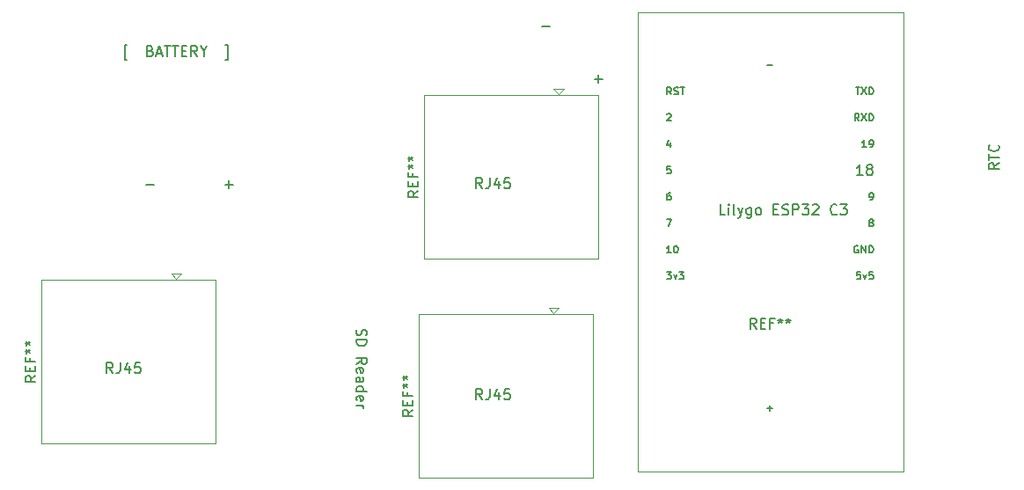
<source format=gto>
%TF.GenerationSoftware,KiCad,Pcbnew,(6.0.8-1)-1*%
%TF.CreationDate,2023-05-11T15:02:42-07:00*%
%TF.ProjectId,rainus2.0,7261696e-7573-4322-9e30-2e6b69636164,rev?*%
%TF.SameCoordinates,Original*%
%TF.FileFunction,Legend,Top*%
%TF.FilePolarity,Positive*%
%FSLAX46Y46*%
G04 Gerber Fmt 4.6, Leading zero omitted, Abs format (unit mm)*
G04 Created by KiCad (PCBNEW (6.0.8-1)-1) date 2023-05-11 15:02:42*
%MOMM*%
%LPD*%
G01*
G04 APERTURE LIST*
%ADD10C,0.150000*%
%ADD11C,0.120000*%
%ADD12C,3.650000*%
%ADD13C,1.524000*%
%ADD14R,1.500000X1.500000*%
%ADD15C,1.500000*%
%ADD16O,1.524000X1.524000*%
G04 APERTURE END LIST*
D10*
X144399047Y-71191428D02*
X145160952Y-71191428D01*
X144780000Y-71572380D02*
X144780000Y-70810476D01*
X183332380Y-79311428D02*
X182856190Y-79644761D01*
X183332380Y-79882857D02*
X182332380Y-79882857D01*
X182332380Y-79501904D01*
X182380000Y-79406666D01*
X182427619Y-79359047D01*
X182522857Y-79311428D01*
X182665714Y-79311428D01*
X182760952Y-79359047D01*
X182808571Y-79406666D01*
X182856190Y-79501904D01*
X182856190Y-79882857D01*
X182332380Y-79025714D02*
X182332380Y-78454285D01*
X183332380Y-78740000D02*
X182332380Y-78740000D01*
X183237142Y-77549523D02*
X183284761Y-77597142D01*
X183332380Y-77740000D01*
X183332380Y-77835238D01*
X183284761Y-77978095D01*
X183189523Y-78073333D01*
X183094285Y-78120952D01*
X182903809Y-78168571D01*
X182760952Y-78168571D01*
X182570476Y-78120952D01*
X182475238Y-78073333D01*
X182380000Y-77978095D01*
X182332380Y-77835238D01*
X182332380Y-77740000D01*
X182380000Y-77597142D01*
X182427619Y-77549523D01*
X99401904Y-69365714D02*
X99163809Y-69365714D01*
X99163809Y-67937142D01*
X99401904Y-67937142D01*
X101640000Y-68508571D02*
X101782857Y-68556190D01*
X101830476Y-68603809D01*
X101878095Y-68699047D01*
X101878095Y-68841904D01*
X101830476Y-68937142D01*
X101782857Y-68984761D01*
X101687619Y-69032380D01*
X101306666Y-69032380D01*
X101306666Y-68032380D01*
X101640000Y-68032380D01*
X101735238Y-68080000D01*
X101782857Y-68127619D01*
X101830476Y-68222857D01*
X101830476Y-68318095D01*
X101782857Y-68413333D01*
X101735238Y-68460952D01*
X101640000Y-68508571D01*
X101306666Y-68508571D01*
X102259047Y-68746666D02*
X102735238Y-68746666D01*
X102163809Y-69032380D02*
X102497142Y-68032380D01*
X102830476Y-69032380D01*
X103020952Y-68032380D02*
X103592380Y-68032380D01*
X103306666Y-69032380D02*
X103306666Y-68032380D01*
X103782857Y-68032380D02*
X104354285Y-68032380D01*
X104068571Y-69032380D02*
X104068571Y-68032380D01*
X104687619Y-68508571D02*
X105020952Y-68508571D01*
X105163809Y-69032380D02*
X104687619Y-69032380D01*
X104687619Y-68032380D01*
X105163809Y-68032380D01*
X106163809Y-69032380D02*
X105830476Y-68556190D01*
X105592380Y-69032380D02*
X105592380Y-68032380D01*
X105973333Y-68032380D01*
X106068571Y-68080000D01*
X106116190Y-68127619D01*
X106163809Y-68222857D01*
X106163809Y-68365714D01*
X106116190Y-68460952D01*
X106068571Y-68508571D01*
X105973333Y-68556190D01*
X105592380Y-68556190D01*
X106782857Y-68556190D02*
X106782857Y-69032380D01*
X106449523Y-68032380D02*
X106782857Y-68556190D01*
X107116190Y-68032380D01*
X108878095Y-69365714D02*
X109116190Y-69365714D01*
X109116190Y-67937142D01*
X108878095Y-67937142D01*
X133596190Y-81732380D02*
X133262857Y-81256190D01*
X133024761Y-81732380D02*
X133024761Y-80732380D01*
X133405714Y-80732380D01*
X133500952Y-80780000D01*
X133548571Y-80827619D01*
X133596190Y-80922857D01*
X133596190Y-81065714D01*
X133548571Y-81160952D01*
X133500952Y-81208571D01*
X133405714Y-81256190D01*
X133024761Y-81256190D01*
X134310476Y-80732380D02*
X134310476Y-81446666D01*
X134262857Y-81589523D01*
X134167619Y-81684761D01*
X134024761Y-81732380D01*
X133929523Y-81732380D01*
X135215238Y-81065714D02*
X135215238Y-81732380D01*
X134977142Y-80684761D02*
X134739047Y-81399047D01*
X135358095Y-81399047D01*
X136215238Y-80732380D02*
X135739047Y-80732380D01*
X135691428Y-81208571D01*
X135739047Y-81160952D01*
X135834285Y-81113333D01*
X136072380Y-81113333D01*
X136167619Y-81160952D01*
X136215238Y-81208571D01*
X136262857Y-81303809D01*
X136262857Y-81541904D01*
X136215238Y-81637142D01*
X136167619Y-81684761D01*
X136072380Y-81732380D01*
X135834285Y-81732380D01*
X135739047Y-81684761D01*
X135691428Y-81637142D01*
X121515238Y-95321904D02*
X121467619Y-95464761D01*
X121467619Y-95702857D01*
X121515238Y-95798095D01*
X121562857Y-95845714D01*
X121658095Y-95893333D01*
X121753333Y-95893333D01*
X121848571Y-95845714D01*
X121896190Y-95798095D01*
X121943809Y-95702857D01*
X121991428Y-95512380D01*
X122039047Y-95417142D01*
X122086666Y-95369523D01*
X122181904Y-95321904D01*
X122277142Y-95321904D01*
X122372380Y-95369523D01*
X122420000Y-95417142D01*
X122467619Y-95512380D01*
X122467619Y-95750476D01*
X122420000Y-95893333D01*
X121467619Y-96321904D02*
X122467619Y-96321904D01*
X122467619Y-96560000D01*
X122420000Y-96702857D01*
X122324761Y-96798095D01*
X122229523Y-96845714D01*
X122039047Y-96893333D01*
X121896190Y-96893333D01*
X121705714Y-96845714D01*
X121610476Y-96798095D01*
X121515238Y-96702857D01*
X121467619Y-96560000D01*
X121467619Y-96321904D01*
X121467619Y-98655238D02*
X121943809Y-98321904D01*
X121467619Y-98083809D02*
X122467619Y-98083809D01*
X122467619Y-98464761D01*
X122420000Y-98560000D01*
X122372380Y-98607619D01*
X122277142Y-98655238D01*
X122134285Y-98655238D01*
X122039047Y-98607619D01*
X121991428Y-98560000D01*
X121943809Y-98464761D01*
X121943809Y-98083809D01*
X121515238Y-99464761D02*
X121467619Y-99369523D01*
X121467619Y-99179047D01*
X121515238Y-99083809D01*
X121610476Y-99036190D01*
X121991428Y-99036190D01*
X122086666Y-99083809D01*
X122134285Y-99179047D01*
X122134285Y-99369523D01*
X122086666Y-99464761D01*
X121991428Y-99512380D01*
X121896190Y-99512380D01*
X121800952Y-99036190D01*
X121467619Y-100369523D02*
X121991428Y-100369523D01*
X122086666Y-100321904D01*
X122134285Y-100226666D01*
X122134285Y-100036190D01*
X122086666Y-99940952D01*
X121515238Y-100369523D02*
X121467619Y-100274285D01*
X121467619Y-100036190D01*
X121515238Y-99940952D01*
X121610476Y-99893333D01*
X121705714Y-99893333D01*
X121800952Y-99940952D01*
X121848571Y-100036190D01*
X121848571Y-100274285D01*
X121896190Y-100369523D01*
X121467619Y-101274285D02*
X122467619Y-101274285D01*
X121515238Y-101274285D02*
X121467619Y-101179047D01*
X121467619Y-100988571D01*
X121515238Y-100893333D01*
X121562857Y-100845714D01*
X121658095Y-100798095D01*
X121943809Y-100798095D01*
X122039047Y-100845714D01*
X122086666Y-100893333D01*
X122134285Y-100988571D01*
X122134285Y-101179047D01*
X122086666Y-101274285D01*
X121515238Y-102131428D02*
X121467619Y-102036190D01*
X121467619Y-101845714D01*
X121515238Y-101750476D01*
X121610476Y-101702857D01*
X121991428Y-101702857D01*
X122086666Y-101750476D01*
X122134285Y-101845714D01*
X122134285Y-102036190D01*
X122086666Y-102131428D01*
X121991428Y-102179047D01*
X121896190Y-102179047D01*
X121800952Y-101702857D01*
X121467619Y-102607619D02*
X122134285Y-102607619D01*
X121943809Y-102607619D02*
X122039047Y-102655238D01*
X122086666Y-102702857D01*
X122134285Y-102798095D01*
X122134285Y-102893333D01*
X156964761Y-84272380D02*
X156488571Y-84272380D01*
X156488571Y-83272380D01*
X157298095Y-84272380D02*
X157298095Y-83605714D01*
X157298095Y-83272380D02*
X157250476Y-83320000D01*
X157298095Y-83367619D01*
X157345714Y-83320000D01*
X157298095Y-83272380D01*
X157298095Y-83367619D01*
X157917142Y-84272380D02*
X157821904Y-84224761D01*
X157774285Y-84129523D01*
X157774285Y-83272380D01*
X158202857Y-83605714D02*
X158440952Y-84272380D01*
X158679047Y-83605714D02*
X158440952Y-84272380D01*
X158345714Y-84510476D01*
X158298095Y-84558095D01*
X158202857Y-84605714D01*
X159488571Y-83605714D02*
X159488571Y-84415238D01*
X159440952Y-84510476D01*
X159393333Y-84558095D01*
X159298095Y-84605714D01*
X159155238Y-84605714D01*
X159060000Y-84558095D01*
X159488571Y-84224761D02*
X159393333Y-84272380D01*
X159202857Y-84272380D01*
X159107619Y-84224761D01*
X159060000Y-84177142D01*
X159012380Y-84081904D01*
X159012380Y-83796190D01*
X159060000Y-83700952D01*
X159107619Y-83653333D01*
X159202857Y-83605714D01*
X159393333Y-83605714D01*
X159488571Y-83653333D01*
X160107619Y-84272380D02*
X160012380Y-84224761D01*
X159964761Y-84177142D01*
X159917142Y-84081904D01*
X159917142Y-83796190D01*
X159964761Y-83700952D01*
X160012380Y-83653333D01*
X160107619Y-83605714D01*
X160250476Y-83605714D01*
X160345714Y-83653333D01*
X160393333Y-83700952D01*
X160440952Y-83796190D01*
X160440952Y-84081904D01*
X160393333Y-84177142D01*
X160345714Y-84224761D01*
X160250476Y-84272380D01*
X160107619Y-84272380D01*
X161631428Y-83748571D02*
X161964761Y-83748571D01*
X162107619Y-84272380D02*
X161631428Y-84272380D01*
X161631428Y-83272380D01*
X162107619Y-83272380D01*
X162488571Y-84224761D02*
X162631428Y-84272380D01*
X162869523Y-84272380D01*
X162964761Y-84224761D01*
X163012380Y-84177142D01*
X163060000Y-84081904D01*
X163060000Y-83986666D01*
X163012380Y-83891428D01*
X162964761Y-83843809D01*
X162869523Y-83796190D01*
X162679047Y-83748571D01*
X162583809Y-83700952D01*
X162536190Y-83653333D01*
X162488571Y-83558095D01*
X162488571Y-83462857D01*
X162536190Y-83367619D01*
X162583809Y-83320000D01*
X162679047Y-83272380D01*
X162917142Y-83272380D01*
X163060000Y-83320000D01*
X163488571Y-84272380D02*
X163488571Y-83272380D01*
X163869523Y-83272380D01*
X163964761Y-83320000D01*
X164012380Y-83367619D01*
X164060000Y-83462857D01*
X164060000Y-83605714D01*
X164012380Y-83700952D01*
X163964761Y-83748571D01*
X163869523Y-83796190D01*
X163488571Y-83796190D01*
X164393333Y-83272380D02*
X165012380Y-83272380D01*
X164679047Y-83653333D01*
X164821904Y-83653333D01*
X164917142Y-83700952D01*
X164964761Y-83748571D01*
X165012380Y-83843809D01*
X165012380Y-84081904D01*
X164964761Y-84177142D01*
X164917142Y-84224761D01*
X164821904Y-84272380D01*
X164536190Y-84272380D01*
X164440952Y-84224761D01*
X164393333Y-84177142D01*
X165393333Y-83367619D02*
X165440952Y-83320000D01*
X165536190Y-83272380D01*
X165774285Y-83272380D01*
X165869523Y-83320000D01*
X165917142Y-83367619D01*
X165964761Y-83462857D01*
X165964761Y-83558095D01*
X165917142Y-83700952D01*
X165345714Y-84272380D01*
X165964761Y-84272380D01*
X167726666Y-84177142D02*
X167679047Y-84224761D01*
X167536190Y-84272380D01*
X167440952Y-84272380D01*
X167298095Y-84224761D01*
X167202857Y-84129523D01*
X167155238Y-84034285D01*
X167107619Y-83843809D01*
X167107619Y-83700952D01*
X167155238Y-83510476D01*
X167202857Y-83415238D01*
X167298095Y-83320000D01*
X167440952Y-83272380D01*
X167536190Y-83272380D01*
X167679047Y-83320000D01*
X167726666Y-83367619D01*
X168060000Y-83272380D02*
X168679047Y-83272380D01*
X168345714Y-83653333D01*
X168488571Y-83653333D01*
X168583809Y-83700952D01*
X168631428Y-83748571D01*
X168679047Y-83843809D01*
X168679047Y-84081904D01*
X168631428Y-84177142D01*
X168583809Y-84224761D01*
X168488571Y-84272380D01*
X168202857Y-84272380D01*
X168107619Y-84224761D01*
X168060000Y-84177142D01*
X101219047Y-81351428D02*
X101980952Y-81351428D01*
X139319047Y-66111428D02*
X140080952Y-66111428D01*
X133596190Y-102052380D02*
X133262857Y-101576190D01*
X133024761Y-102052380D02*
X133024761Y-101052380D01*
X133405714Y-101052380D01*
X133500952Y-101100000D01*
X133548571Y-101147619D01*
X133596190Y-101242857D01*
X133596190Y-101385714D01*
X133548571Y-101480952D01*
X133500952Y-101528571D01*
X133405714Y-101576190D01*
X133024761Y-101576190D01*
X134310476Y-101052380D02*
X134310476Y-101766666D01*
X134262857Y-101909523D01*
X134167619Y-102004761D01*
X134024761Y-102052380D01*
X133929523Y-102052380D01*
X135215238Y-101385714D02*
X135215238Y-102052380D01*
X134977142Y-101004761D02*
X134739047Y-101719047D01*
X135358095Y-101719047D01*
X136215238Y-101052380D02*
X135739047Y-101052380D01*
X135691428Y-101528571D01*
X135739047Y-101480952D01*
X135834285Y-101433333D01*
X136072380Y-101433333D01*
X136167619Y-101480952D01*
X136215238Y-101528571D01*
X136262857Y-101623809D01*
X136262857Y-101861904D01*
X136215238Y-101957142D01*
X136167619Y-102004761D01*
X136072380Y-102052380D01*
X135834285Y-102052380D01*
X135739047Y-102004761D01*
X135691428Y-101957142D01*
X98036190Y-99512380D02*
X97702857Y-99036190D01*
X97464761Y-99512380D02*
X97464761Y-98512380D01*
X97845714Y-98512380D01*
X97940952Y-98560000D01*
X97988571Y-98607619D01*
X98036190Y-98702857D01*
X98036190Y-98845714D01*
X97988571Y-98940952D01*
X97940952Y-98988571D01*
X97845714Y-99036190D01*
X97464761Y-99036190D01*
X98750476Y-98512380D02*
X98750476Y-99226666D01*
X98702857Y-99369523D01*
X98607619Y-99464761D01*
X98464761Y-99512380D01*
X98369523Y-99512380D01*
X99655238Y-98845714D02*
X99655238Y-99512380D01*
X99417142Y-98464761D02*
X99179047Y-99179047D01*
X99798095Y-99179047D01*
X100655238Y-98512380D02*
X100179047Y-98512380D01*
X100131428Y-98988571D01*
X100179047Y-98940952D01*
X100274285Y-98893333D01*
X100512380Y-98893333D01*
X100607619Y-98940952D01*
X100655238Y-98988571D01*
X100702857Y-99083809D01*
X100702857Y-99321904D01*
X100655238Y-99417142D01*
X100607619Y-99464761D01*
X100512380Y-99512380D01*
X100274285Y-99512380D01*
X100179047Y-99464761D01*
X100131428Y-99417142D01*
X108839047Y-81351428D02*
X109600952Y-81351428D01*
X109220000Y-81732380D02*
X109220000Y-80970476D01*
%TO.C,*%
%TO.C,REF\u002A\u002A*%
X127422380Y-81983333D02*
X126946190Y-82316666D01*
X127422380Y-82554761D02*
X126422380Y-82554761D01*
X126422380Y-82173809D01*
X126470000Y-82078571D01*
X126517619Y-82030952D01*
X126612857Y-81983333D01*
X126755714Y-81983333D01*
X126850952Y-82030952D01*
X126898571Y-82078571D01*
X126946190Y-82173809D01*
X126946190Y-82554761D01*
X126898571Y-81554761D02*
X126898571Y-81221428D01*
X127422380Y-81078571D02*
X127422380Y-81554761D01*
X126422380Y-81554761D01*
X126422380Y-81078571D01*
X126898571Y-80316666D02*
X126898571Y-80650000D01*
X127422380Y-80650000D02*
X126422380Y-80650000D01*
X126422380Y-80173809D01*
X126422380Y-79650000D02*
X126660476Y-79650000D01*
X126565238Y-79888095D02*
X126660476Y-79650000D01*
X126565238Y-79411904D01*
X126850952Y-79792857D02*
X126660476Y-79650000D01*
X126850952Y-79507142D01*
X126422380Y-78888095D02*
X126660476Y-78888095D01*
X126565238Y-79126190D02*
X126660476Y-78888095D01*
X126565238Y-78650000D01*
X126850952Y-79030952D02*
X126660476Y-78888095D01*
X126850952Y-78745238D01*
%TO.C,*%
%TO.C,REF\u002A\u002A*%
X159956666Y-95242380D02*
X159623333Y-94766190D01*
X159385238Y-95242380D02*
X159385238Y-94242380D01*
X159766190Y-94242380D01*
X159861428Y-94290000D01*
X159909047Y-94337619D01*
X159956666Y-94432857D01*
X159956666Y-94575714D01*
X159909047Y-94670952D01*
X159861428Y-94718571D01*
X159766190Y-94766190D01*
X159385238Y-94766190D01*
X160385238Y-94718571D02*
X160718571Y-94718571D01*
X160861428Y-95242380D02*
X160385238Y-95242380D01*
X160385238Y-94242380D01*
X160861428Y-94242380D01*
X161623333Y-94718571D02*
X161290000Y-94718571D01*
X161290000Y-95242380D02*
X161290000Y-94242380D01*
X161766190Y-94242380D01*
X162290000Y-94242380D02*
X162290000Y-94480476D01*
X162051904Y-94385238D02*
X162290000Y-94480476D01*
X162528095Y-94385238D01*
X162147142Y-94670952D02*
X162290000Y-94480476D01*
X162432857Y-94670952D01*
X163051904Y-94242380D02*
X163051904Y-94480476D01*
X162813809Y-94385238D02*
X163051904Y-94480476D01*
X163290000Y-94385238D01*
X162909047Y-94670952D02*
X163051904Y-94480476D01*
X163194761Y-94670952D01*
X151360833Y-74613333D02*
X151394166Y-74580000D01*
X151460833Y-74546666D01*
X151627500Y-74546666D01*
X151694166Y-74580000D01*
X151727500Y-74613333D01*
X151760833Y-74680000D01*
X151760833Y-74746666D01*
X151727500Y-74846666D01*
X151327500Y-75246666D01*
X151760833Y-75246666D01*
X151327500Y-84706666D02*
X151794166Y-84706666D01*
X151494166Y-85406666D01*
X161023333Y-102920000D02*
X161556666Y-102920000D01*
X161290000Y-103186666D02*
X161290000Y-102653333D01*
X169985833Y-89786666D02*
X169652500Y-89786666D01*
X169619166Y-90120000D01*
X169652500Y-90086666D01*
X169719166Y-90053333D01*
X169885833Y-90053333D01*
X169952500Y-90086666D01*
X169985833Y-90120000D01*
X170019166Y-90186666D01*
X170019166Y-90353333D01*
X169985833Y-90420000D01*
X169952500Y-90453333D01*
X169885833Y-90486666D01*
X169719166Y-90486666D01*
X169652500Y-90453333D01*
X169619166Y-90420000D01*
X170252500Y-90020000D02*
X170419166Y-90486666D01*
X170585833Y-90020000D01*
X171185833Y-89786666D02*
X170852500Y-89786666D01*
X170819166Y-90120000D01*
X170852500Y-90086666D01*
X170919166Y-90053333D01*
X171085833Y-90053333D01*
X171152500Y-90086666D01*
X171185833Y-90120000D01*
X171219166Y-90186666D01*
X171219166Y-90353333D01*
X171185833Y-90420000D01*
X171152500Y-90453333D01*
X171085833Y-90486666D01*
X170919166Y-90486666D01*
X170852500Y-90453333D01*
X170819166Y-90420000D01*
X170552500Y-77786666D02*
X170152500Y-77786666D01*
X170352500Y-77786666D02*
X170352500Y-77086666D01*
X170285833Y-77186666D01*
X170219166Y-77253333D01*
X170152500Y-77286666D01*
X170885833Y-77786666D02*
X171019166Y-77786666D01*
X171085833Y-77753333D01*
X171119166Y-77720000D01*
X171185833Y-77620000D01*
X171219166Y-77486666D01*
X171219166Y-77220000D01*
X171185833Y-77153333D01*
X171152500Y-77120000D01*
X171085833Y-77086666D01*
X170952500Y-77086666D01*
X170885833Y-77120000D01*
X170852500Y-77153333D01*
X170819166Y-77220000D01*
X170819166Y-77386666D01*
X170852500Y-77453333D01*
X170885833Y-77486666D01*
X170952500Y-77520000D01*
X171085833Y-77520000D01*
X171152500Y-77486666D01*
X171185833Y-77453333D01*
X171219166Y-77386666D01*
X151327500Y-89786666D02*
X151760833Y-89786666D01*
X151527500Y-90053333D01*
X151627500Y-90053333D01*
X151694166Y-90086666D01*
X151727500Y-90120000D01*
X151760833Y-90186666D01*
X151760833Y-90353333D01*
X151727500Y-90420000D01*
X151694166Y-90453333D01*
X151627500Y-90486666D01*
X151427500Y-90486666D01*
X151360833Y-90453333D01*
X151327500Y-90420000D01*
X151994166Y-90020000D02*
X152160833Y-90486666D01*
X152327500Y-90020000D01*
X152527500Y-89786666D02*
X152960833Y-89786666D01*
X152727500Y-90053333D01*
X152827500Y-90053333D01*
X152894166Y-90086666D01*
X152927500Y-90120000D01*
X152960833Y-90186666D01*
X152960833Y-90353333D01*
X152927500Y-90420000D01*
X152894166Y-90453333D01*
X152827500Y-90486666D01*
X152627500Y-90486666D01*
X152560833Y-90453333D01*
X152527500Y-90420000D01*
X170209642Y-80462380D02*
X169638214Y-80462380D01*
X169923928Y-80462380D02*
X169923928Y-79462380D01*
X169828690Y-79605238D01*
X169733452Y-79700476D01*
X169638214Y-79748095D01*
X170781071Y-79890952D02*
X170685833Y-79843333D01*
X170638214Y-79795714D01*
X170590595Y-79700476D01*
X170590595Y-79652857D01*
X170638214Y-79557619D01*
X170685833Y-79510000D01*
X170781071Y-79462380D01*
X170971547Y-79462380D01*
X171066785Y-79510000D01*
X171114404Y-79557619D01*
X171162023Y-79652857D01*
X171162023Y-79700476D01*
X171114404Y-79795714D01*
X171066785Y-79843333D01*
X170971547Y-79890952D01*
X170781071Y-79890952D01*
X170685833Y-79938571D01*
X170638214Y-79986190D01*
X170590595Y-80081428D01*
X170590595Y-80271904D01*
X170638214Y-80367142D01*
X170685833Y-80414761D01*
X170781071Y-80462380D01*
X170971547Y-80462380D01*
X171066785Y-80414761D01*
X171114404Y-80367142D01*
X171162023Y-80271904D01*
X171162023Y-80081428D01*
X171114404Y-79986190D01*
X171066785Y-79938571D01*
X170971547Y-79890952D01*
X151794166Y-72706666D02*
X151560833Y-72373333D01*
X151394166Y-72706666D02*
X151394166Y-72006666D01*
X151660833Y-72006666D01*
X151727500Y-72040000D01*
X151760833Y-72073333D01*
X151794166Y-72140000D01*
X151794166Y-72240000D01*
X151760833Y-72306666D01*
X151727500Y-72340000D01*
X151660833Y-72373333D01*
X151394166Y-72373333D01*
X152060833Y-72673333D02*
X152160833Y-72706666D01*
X152327500Y-72706666D01*
X152394166Y-72673333D01*
X152427500Y-72640000D01*
X152460833Y-72573333D01*
X152460833Y-72506666D01*
X152427500Y-72440000D01*
X152394166Y-72406666D01*
X152327500Y-72373333D01*
X152194166Y-72340000D01*
X152127500Y-72306666D01*
X152094166Y-72273333D01*
X152060833Y-72206666D01*
X152060833Y-72140000D01*
X152094166Y-72073333D01*
X152127500Y-72040000D01*
X152194166Y-72006666D01*
X152360833Y-72006666D01*
X152460833Y-72040000D01*
X152660833Y-72006666D02*
X153060833Y-72006666D01*
X152860833Y-72706666D02*
X152860833Y-72006666D01*
X151694166Y-82166666D02*
X151560833Y-82166666D01*
X151494166Y-82200000D01*
X151460833Y-82233333D01*
X151394166Y-82333333D01*
X151360833Y-82466666D01*
X151360833Y-82733333D01*
X151394166Y-82800000D01*
X151427500Y-82833333D01*
X151494166Y-82866666D01*
X151627500Y-82866666D01*
X151694166Y-82833333D01*
X151727500Y-82800000D01*
X151760833Y-82733333D01*
X151760833Y-82566666D01*
X151727500Y-82500000D01*
X151694166Y-82466666D01*
X151627500Y-82433333D01*
X151494166Y-82433333D01*
X151427500Y-82466666D01*
X151394166Y-82500000D01*
X151360833Y-82566666D01*
X151694166Y-77320000D02*
X151694166Y-77786666D01*
X151527500Y-77053333D02*
X151360833Y-77553333D01*
X151794166Y-77553333D01*
X151727500Y-79626666D02*
X151394166Y-79626666D01*
X151360833Y-79960000D01*
X151394166Y-79926666D01*
X151460833Y-79893333D01*
X151627500Y-79893333D01*
X151694166Y-79926666D01*
X151727500Y-79960000D01*
X151760833Y-80026666D01*
X151760833Y-80193333D01*
X151727500Y-80260000D01*
X151694166Y-80293333D01*
X151627500Y-80326666D01*
X151460833Y-80326666D01*
X151394166Y-80293333D01*
X151360833Y-80260000D01*
X151760833Y-87946666D02*
X151360833Y-87946666D01*
X151560833Y-87946666D02*
X151560833Y-87246666D01*
X151494166Y-87346666D01*
X151427500Y-87413333D01*
X151360833Y-87446666D01*
X152194166Y-87246666D02*
X152260833Y-87246666D01*
X152327500Y-87280000D01*
X152360833Y-87313333D01*
X152394166Y-87380000D01*
X152427500Y-87513333D01*
X152427500Y-87680000D01*
X152394166Y-87813333D01*
X152360833Y-87880000D01*
X152327500Y-87913333D01*
X152260833Y-87946666D01*
X152194166Y-87946666D01*
X152127500Y-87913333D01*
X152094166Y-87880000D01*
X152060833Y-87813333D01*
X152027500Y-87680000D01*
X152027500Y-87513333D01*
X152060833Y-87380000D01*
X152094166Y-87313333D01*
X152127500Y-87280000D01*
X152194166Y-87246666D01*
X161023333Y-69900000D02*
X161556666Y-69900000D01*
X169519166Y-72006666D02*
X169919166Y-72006666D01*
X169719166Y-72706666D02*
X169719166Y-72006666D01*
X170085833Y-72006666D02*
X170552500Y-72706666D01*
X170552500Y-72006666D02*
X170085833Y-72706666D01*
X170819166Y-72706666D02*
X170819166Y-72006666D01*
X170985833Y-72006666D01*
X171085833Y-72040000D01*
X171152500Y-72106666D01*
X171185833Y-72173333D01*
X171219166Y-72306666D01*
X171219166Y-72406666D01*
X171185833Y-72540000D01*
X171152500Y-72606666D01*
X171085833Y-72673333D01*
X170985833Y-72706666D01*
X170819166Y-72706666D01*
X170952500Y-85006666D02*
X170885833Y-84973333D01*
X170852500Y-84940000D01*
X170819166Y-84873333D01*
X170819166Y-84840000D01*
X170852500Y-84773333D01*
X170885833Y-84740000D01*
X170952500Y-84706666D01*
X171085833Y-84706666D01*
X171152500Y-84740000D01*
X171185833Y-84773333D01*
X171219166Y-84840000D01*
X171219166Y-84873333D01*
X171185833Y-84940000D01*
X171152500Y-84973333D01*
X171085833Y-85006666D01*
X170952500Y-85006666D01*
X170885833Y-85040000D01*
X170852500Y-85073333D01*
X170819166Y-85140000D01*
X170819166Y-85273333D01*
X170852500Y-85340000D01*
X170885833Y-85373333D01*
X170952500Y-85406666D01*
X171085833Y-85406666D01*
X171152500Y-85373333D01*
X171185833Y-85340000D01*
X171219166Y-85273333D01*
X171219166Y-85140000D01*
X171185833Y-85073333D01*
X171152500Y-85040000D01*
X171085833Y-85006666D01*
X170885833Y-82866666D02*
X171019166Y-82866666D01*
X171085833Y-82833333D01*
X171119166Y-82800000D01*
X171185833Y-82700000D01*
X171219166Y-82566666D01*
X171219166Y-82300000D01*
X171185833Y-82233333D01*
X171152500Y-82200000D01*
X171085833Y-82166666D01*
X170952500Y-82166666D01*
X170885833Y-82200000D01*
X170852500Y-82233333D01*
X170819166Y-82300000D01*
X170819166Y-82466666D01*
X170852500Y-82533333D01*
X170885833Y-82566666D01*
X170952500Y-82600000D01*
X171085833Y-82600000D01*
X171152500Y-82566666D01*
X171185833Y-82533333D01*
X171219166Y-82466666D01*
X169852500Y-75246666D02*
X169619166Y-74913333D01*
X169452500Y-75246666D02*
X169452500Y-74546666D01*
X169719166Y-74546666D01*
X169785833Y-74580000D01*
X169819166Y-74613333D01*
X169852500Y-74680000D01*
X169852500Y-74780000D01*
X169819166Y-74846666D01*
X169785833Y-74880000D01*
X169719166Y-74913333D01*
X169452500Y-74913333D01*
X170085833Y-74546666D02*
X170552500Y-75246666D01*
X170552500Y-74546666D02*
X170085833Y-75246666D01*
X170819166Y-75246666D02*
X170819166Y-74546666D01*
X170985833Y-74546666D01*
X171085833Y-74580000D01*
X171152500Y-74646666D01*
X171185833Y-74713333D01*
X171219166Y-74846666D01*
X171219166Y-74946666D01*
X171185833Y-75080000D01*
X171152500Y-75146666D01*
X171085833Y-75213333D01*
X170985833Y-75246666D01*
X170819166Y-75246666D01*
X169752500Y-87280000D02*
X169685833Y-87246666D01*
X169585833Y-87246666D01*
X169485833Y-87280000D01*
X169419166Y-87346666D01*
X169385833Y-87413333D01*
X169352500Y-87546666D01*
X169352500Y-87646666D01*
X169385833Y-87780000D01*
X169419166Y-87846666D01*
X169485833Y-87913333D01*
X169585833Y-87946666D01*
X169652500Y-87946666D01*
X169752500Y-87913333D01*
X169785833Y-87880000D01*
X169785833Y-87646666D01*
X169652500Y-87646666D01*
X170085833Y-87946666D02*
X170085833Y-87246666D01*
X170485833Y-87946666D01*
X170485833Y-87246666D01*
X170819166Y-87946666D02*
X170819166Y-87246666D01*
X170985833Y-87246666D01*
X171085833Y-87280000D01*
X171152500Y-87346666D01*
X171185833Y-87413333D01*
X171219166Y-87546666D01*
X171219166Y-87646666D01*
X171185833Y-87780000D01*
X171152500Y-87846666D01*
X171085833Y-87913333D01*
X170985833Y-87946666D01*
X170819166Y-87946666D01*
%TO.C,*%
%TO.C,REF\u002A\u002A*%
X90601130Y-99763333D02*
X90124940Y-100096666D01*
X90601130Y-100334761D02*
X89601130Y-100334761D01*
X89601130Y-99953809D01*
X89648750Y-99858571D01*
X89696369Y-99810952D01*
X89791607Y-99763333D01*
X89934464Y-99763333D01*
X90029702Y-99810952D01*
X90077321Y-99858571D01*
X90124940Y-99953809D01*
X90124940Y-100334761D01*
X90077321Y-99334761D02*
X90077321Y-99001428D01*
X90601130Y-98858571D02*
X90601130Y-99334761D01*
X89601130Y-99334761D01*
X89601130Y-98858571D01*
X90077321Y-98096666D02*
X90077321Y-98430000D01*
X90601130Y-98430000D02*
X89601130Y-98430000D01*
X89601130Y-97953809D01*
X89601130Y-97430000D02*
X89839226Y-97430000D01*
X89743988Y-97668095D02*
X89839226Y-97430000D01*
X89743988Y-97191904D01*
X90029702Y-97572857D02*
X89839226Y-97430000D01*
X90029702Y-97287142D01*
X89601130Y-96668095D02*
X89839226Y-96668095D01*
X89743988Y-96906190D02*
X89839226Y-96668095D01*
X89743988Y-96430000D01*
X90029702Y-96810952D02*
X89839226Y-96668095D01*
X90029702Y-96525238D01*
%TO.C,*%
%TO.C,REF\u002A\u002A*%
X126922380Y-103055833D02*
X126446190Y-103389166D01*
X126922380Y-103627261D02*
X125922380Y-103627261D01*
X125922380Y-103246309D01*
X125970000Y-103151071D01*
X126017619Y-103103452D01*
X126112857Y-103055833D01*
X126255714Y-103055833D01*
X126350952Y-103103452D01*
X126398571Y-103151071D01*
X126446190Y-103246309D01*
X126446190Y-103627261D01*
X126398571Y-102627261D02*
X126398571Y-102293928D01*
X126922380Y-102151071D02*
X126922380Y-102627261D01*
X125922380Y-102627261D01*
X125922380Y-102151071D01*
X126398571Y-101389166D02*
X126398571Y-101722500D01*
X126922380Y-101722500D02*
X125922380Y-101722500D01*
X125922380Y-101246309D01*
X125922380Y-100722500D02*
X126160476Y-100722500D01*
X126065238Y-100960595D02*
X126160476Y-100722500D01*
X126065238Y-100484404D01*
X126350952Y-100865357D02*
X126160476Y-100722500D01*
X126350952Y-100579642D01*
X125922380Y-99960595D02*
X126160476Y-99960595D01*
X126065238Y-100198690D02*
X126160476Y-99960595D01*
X126065238Y-99722500D01*
X126350952Y-100103452D02*
X126160476Y-99960595D01*
X126350952Y-99817738D01*
%TO.C,*%
D11*
%TO.C,REF\u002A\u002A*%
X140470000Y-72200000D02*
X140970000Y-72700000D01*
X128020000Y-88510000D02*
X128020000Y-72780000D01*
X140970000Y-72700000D02*
X141470000Y-72200000D01*
X144760000Y-72780000D02*
X128020000Y-72780000D01*
X144760000Y-88510000D02*
X128020000Y-88510000D01*
X144760000Y-88500000D02*
X144760000Y-72780000D01*
X141470000Y-72200000D02*
X140470000Y-72200000D01*
X148590000Y-64770000D02*
X174090000Y-64770000D01*
X174090000Y-64770000D02*
X174090000Y-108970000D01*
X174090000Y-108970000D02*
X148590000Y-108970000D01*
X148590000Y-108970000D02*
X148590000Y-64770000D01*
X104648750Y-89980000D02*
X103648750Y-89980000D01*
X107938750Y-90560000D02*
X91198750Y-90560000D01*
X107938750Y-106290000D02*
X91198750Y-106290000D01*
X104148750Y-90480000D02*
X104648750Y-89980000D01*
X91198750Y-106290000D02*
X91198750Y-90560000D01*
X107938750Y-106280000D02*
X107938750Y-90560000D01*
X103648750Y-89980000D02*
X104148750Y-90480000D01*
X144260000Y-109572500D02*
X144260000Y-93852500D01*
X144260000Y-109582500D02*
X127520000Y-109582500D01*
X127520000Y-109582500D02*
X127520000Y-93852500D01*
X139970000Y-93272500D02*
X140470000Y-93772500D01*
X140470000Y-93772500D02*
X140970000Y-93272500D01*
X144260000Y-93852500D02*
X127520000Y-93852500D01*
X140970000Y-93272500D02*
X139970000Y-93272500D01*
%TD*%
D12*
%TO.C,REF\u002A\u002A*%
X134620000Y-86360000D03*
X134620000Y-74930000D03*
%TD*%
%TO.C,REF\u002A\u002A*%
X97798750Y-104140000D03*
X97798750Y-92710000D03*
%TD*%
%TO.C,REF\u002A\u002A*%
X134120000Y-107432500D03*
X134120000Y-96002500D03*
%TD*%
%LPC*%
D13*
%TO.C,*%
X118618750Y-104657500D03*
%TD*%
%TO.C,*%
X118618750Y-97037500D03*
%TD*%
%TO.C,*%
X180340000Y-72390000D03*
%TD*%
%TO.C,*%
X118618750Y-91957500D03*
%TD*%
%TO.C,*%
X138430000Y-66040000D03*
%TD*%
%TO.C,*%
X180340000Y-77470000D03*
%TD*%
%TO.C,*%
X118618750Y-102117500D03*
%TD*%
D12*
%TO.C,REF\u002A\u002A*%
X134620000Y-86360000D03*
X134620000Y-74930000D03*
D14*
X140970000Y-76200000D03*
D15*
X143510000Y-77470000D03*
X140970000Y-78740000D03*
X143510000Y-80010000D03*
X140970000Y-81280000D03*
X143510000Y-82550000D03*
X140970000Y-83820000D03*
X143510000Y-85090000D03*
%TD*%
D13*
%TO.C,*%
X180340000Y-80010000D03*
%TD*%
%TO.C,*%
X102108750Y-83067500D03*
%TD*%
%TO.C,*%
X118618750Y-99577500D03*
%TD*%
%TO.C,REF\u002A\u002A*%
X161290000Y-67310000D03*
X161290000Y-105410000D03*
X172720000Y-74930000D03*
X172720000Y-77470000D03*
X172720000Y-80010000D03*
X172720000Y-82550000D03*
X172720000Y-85090000D03*
X172720000Y-87630000D03*
X172720000Y-90170000D03*
D16*
X149890000Y-72390000D03*
D13*
X149860000Y-74930000D03*
X149860000Y-77470000D03*
X149860000Y-80010000D03*
X149860000Y-82550000D03*
X149860000Y-85090000D03*
X149860000Y-87630000D03*
X149860000Y-90170000D03*
D16*
X172720000Y-72390000D03*
%TD*%
D13*
%TO.C,*%
X180340000Y-82550000D03*
%TD*%
D12*
%TO.C,REF\u002A\u002A*%
X97798750Y-104140000D03*
X97798750Y-92710000D03*
D14*
X104148750Y-93980000D03*
D15*
X106688750Y-95250000D03*
X104148750Y-96520000D03*
X106688750Y-97790000D03*
X104148750Y-99060000D03*
X106688750Y-100330000D03*
X104148750Y-101600000D03*
X106688750Y-102870000D03*
%TD*%
D13*
%TO.C,*%
X108458750Y-83067500D03*
%TD*%
D12*
%TO.C,REF\u002A\u002A*%
X134120000Y-107432500D03*
X134120000Y-96002500D03*
D14*
X140470000Y-97272500D03*
D15*
X143010000Y-98542500D03*
X140470000Y-99812500D03*
X143010000Y-101082500D03*
X140470000Y-102352500D03*
X143010000Y-103622500D03*
X140470000Y-104892500D03*
X143010000Y-106162500D03*
%TD*%
D13*
%TO.C,*%
X154940000Y-78740000D03*
%TD*%
%TO.C,*%
X118618750Y-94497500D03*
%TD*%
%TO.C,*%
X154940000Y-93980000D03*
%TD*%
%TO.C,*%
X144780000Y-69850000D03*
%TD*%
%TO.C,*%
X180340000Y-74930000D03*
%TD*%
M02*

</source>
